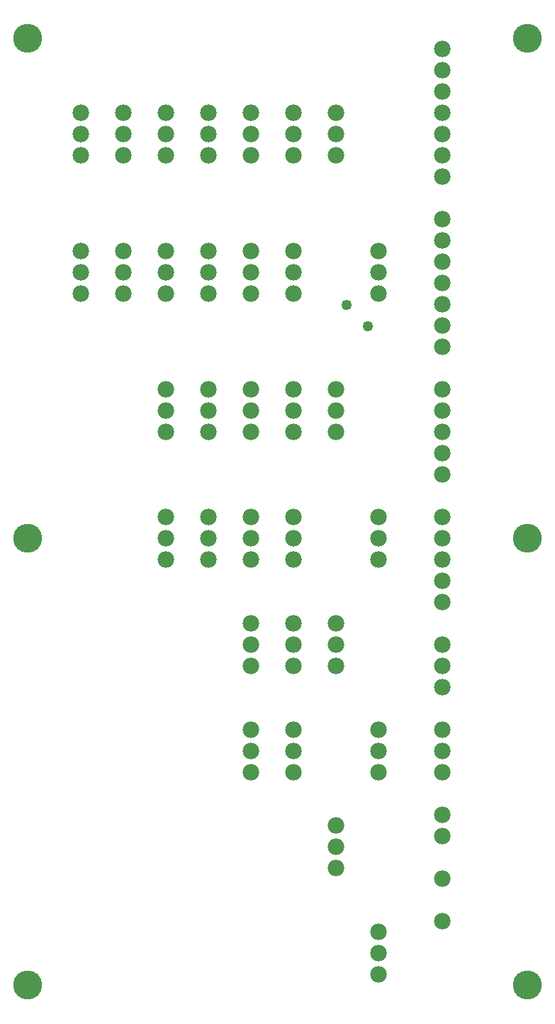
<source format=gbs>
G04 MADE WITH FRITZING*
G04 WWW.FRITZING.ORG*
G04 DOUBLE SIDED*
G04 HOLES PLATED*
G04 CONTOUR ON CENTER OF CONTOUR VECTOR*
%ASAXBY*%
%FSLAX23Y23*%
%MOIN*%
%OFA0B0*%
%SFA1.0B1.0*%
%ADD10C,0.077559*%
%ADD11C,0.135984*%
%ADD12C,0.049370*%
%LNMASK0*%
G90*
G70*
G54D10*
X2054Y910D03*
X2054Y810D03*
X1754Y3560D03*
X1754Y3460D03*
X1754Y3360D03*
X1554Y4210D03*
X1554Y4110D03*
X1554Y4010D03*
X1354Y4210D03*
X1354Y4110D03*
X1354Y4010D03*
X1354Y3560D03*
X1354Y3460D03*
X1354Y3360D03*
X1154Y4210D03*
X1154Y4110D03*
X1154Y4010D03*
X1154Y3560D03*
X1154Y3460D03*
X1154Y3360D03*
X954Y4210D03*
X954Y4110D03*
X954Y4010D03*
X954Y3560D03*
X954Y3460D03*
X954Y3360D03*
X354Y4210D03*
X354Y4110D03*
X354Y4010D03*
X354Y3560D03*
X354Y3460D03*
X354Y3360D03*
X554Y3560D03*
X554Y3460D03*
X554Y3360D03*
X554Y4210D03*
X554Y4110D03*
X554Y4010D03*
X754Y4210D03*
X754Y4110D03*
X754Y4010D03*
X2054Y4510D03*
X2054Y4410D03*
X2054Y4310D03*
X2054Y4210D03*
X2054Y4110D03*
X2054Y4010D03*
X2054Y3910D03*
X2054Y610D03*
X2054Y2310D03*
X2054Y2210D03*
X2054Y2110D03*
X2054Y2010D03*
X2054Y1910D03*
X2054Y3710D03*
X2054Y3610D03*
X2054Y3510D03*
X2054Y3410D03*
X2054Y3310D03*
X2054Y3210D03*
X2054Y3110D03*
X2054Y2910D03*
X2054Y2810D03*
X2054Y2710D03*
X2054Y2610D03*
X2054Y2510D03*
X2054Y1310D03*
X2054Y1210D03*
X2054Y1110D03*
X2054Y410D03*
X2054Y1710D03*
X2054Y1610D03*
X2054Y1510D03*
G54D11*
X104Y4560D03*
X104Y2210D03*
X2454Y4560D03*
X2454Y2210D03*
X104Y110D03*
X2454Y110D03*
G54D10*
X754Y3560D03*
X754Y3460D03*
X754Y3360D03*
X754Y2910D03*
X754Y2810D03*
X754Y2710D03*
X954Y2910D03*
X954Y2810D03*
X954Y2710D03*
X1154Y2910D03*
X1154Y2810D03*
X1154Y2710D03*
X1354Y2910D03*
X1354Y2810D03*
X1354Y2710D03*
X1554Y2910D03*
X1554Y2810D03*
X1554Y2710D03*
X754Y2310D03*
X754Y2210D03*
X754Y2110D03*
X954Y2310D03*
X954Y2210D03*
X954Y2110D03*
X1154Y2310D03*
X1154Y2210D03*
X1154Y2110D03*
X1354Y2310D03*
X1354Y2210D03*
X1354Y2110D03*
X1754Y2310D03*
X1754Y2210D03*
X1754Y2110D03*
X1154Y1810D03*
X1154Y1710D03*
X1154Y1610D03*
X1354Y1810D03*
X1354Y1710D03*
X1354Y1610D03*
X1554Y1810D03*
X1554Y1710D03*
X1554Y1610D03*
X1154Y1310D03*
X1154Y1210D03*
X1154Y1110D03*
X1354Y1310D03*
X1354Y1210D03*
X1354Y1110D03*
X1754Y1310D03*
X1754Y1210D03*
X1754Y1110D03*
X1554Y860D03*
X1554Y760D03*
X1554Y660D03*
X1754Y360D03*
X1754Y260D03*
X1754Y160D03*
G54D12*
X1605Y3309D03*
X1704Y3209D03*
G04 End of Mask0*
M02*
</source>
